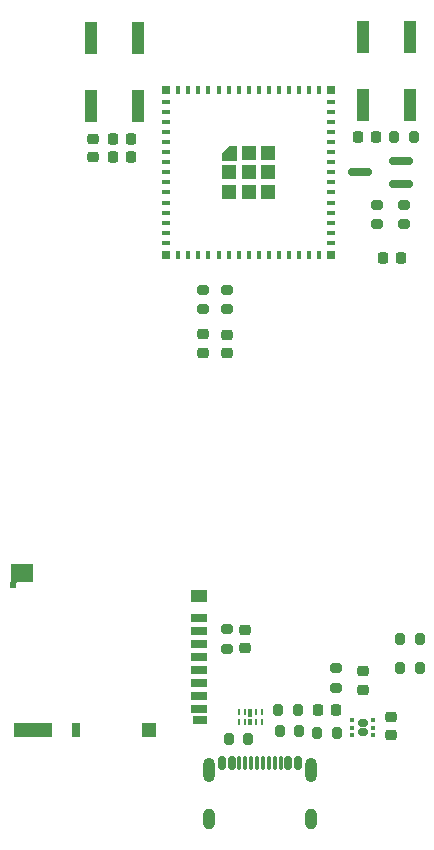
<source format=gbr>
%TF.GenerationSoftware,KiCad,Pcbnew,8.0.6*%
%TF.CreationDate,2024-12-02T04:17:18+07:00*%
%TF.ProjectId,PCB,5043422e-6b69-4636-9164-5f7063625858,rev?*%
%TF.SameCoordinates,Original*%
%TF.FileFunction,Paste,Top*%
%TF.FilePolarity,Positive*%
%FSLAX46Y46*%
G04 Gerber Fmt 4.6, Leading zero omitted, Abs format (unit mm)*
G04 Created by KiCad (PCBNEW 8.0.6) date 2024-12-02 04:17:19*
%MOMM*%
%LPD*%
G01*
G04 APERTURE LIST*
G04 Aperture macros list*
%AMRoundRect*
0 Rectangle with rounded corners*
0 $1 Rounding radius*
0 $2 $3 $4 $5 $6 $7 $8 $9 X,Y pos of 4 corners*
0 Add a 4 corners polygon primitive as box body*
4,1,4,$2,$3,$4,$5,$6,$7,$8,$9,$2,$3,0*
0 Add four circle primitives for the rounded corners*
1,1,$1+$1,$2,$3*
1,1,$1+$1,$4,$5*
1,1,$1+$1,$6,$7*
1,1,$1+$1,$8,$9*
0 Add four rect primitives between the rounded corners*
20,1,$1+$1,$2,$3,$4,$5,0*
20,1,$1+$1,$4,$5,$6,$7,0*
20,1,$1+$1,$6,$7,$8,$9,0*
20,1,$1+$1,$8,$9,$2,$3,0*%
%AMRotRect*
0 Rectangle, with rotation*
0 The origin of the aperture is its center*
0 $1 length*
0 $2 width*
0 $3 Rotation angle, in degrees counterclockwise*
0 Add horizontal line*
21,1,$1,$2,0,0,$3*%
G04 Aperture macros list end*
%ADD10C,0.010000*%
%ADD11R,1.000000X2.800000*%
%ADD12R,0.250000X0.625000*%
%ADD13R,0.450000X0.575000*%
%ADD14R,0.450000X0.700000*%
%ADD15RoundRect,0.093750X-0.093750X-0.106250X0.093750X-0.106250X0.093750X0.106250X-0.093750X0.106250X0*%
%ADD16RoundRect,0.160000X-0.245000X-0.160000X0.245000X-0.160000X0.245000X0.160000X-0.245000X0.160000X0*%
%ADD17RoundRect,0.200000X0.200000X0.275000X-0.200000X0.275000X-0.200000X-0.275000X0.200000X-0.275000X0*%
%ADD18RoundRect,0.200000X-0.275000X0.200000X-0.275000X-0.200000X0.275000X-0.200000X0.275000X0.200000X0*%
%ADD19RoundRect,0.218750X0.256250X-0.218750X0.256250X0.218750X-0.256250X0.218750X-0.256250X-0.218750X0*%
%ADD20RoundRect,0.225000X-0.250000X0.225000X-0.250000X-0.225000X0.250000X-0.225000X0.250000X0.225000X0*%
%ADD21RoundRect,0.162500X0.837500X0.162500X-0.837500X0.162500X-0.837500X-0.162500X0.837500X-0.162500X0*%
%ADD22RoundRect,0.200000X-0.200000X-0.275000X0.200000X-0.275000X0.200000X0.275000X-0.200000X0.275000X0*%
%ADD23RoundRect,0.200000X0.275000X-0.200000X0.275000X0.200000X-0.275000X0.200000X-0.275000X-0.200000X0*%
%ADD24RoundRect,0.225000X0.225000X0.250000X-0.225000X0.250000X-0.225000X-0.250000X0.225000X-0.250000X0*%
%ADD25R,0.800000X0.400000*%
%ADD26R,0.400000X0.800000*%
%ADD27R,1.200000X1.200000*%
%ADD28R,0.800000X0.800000*%
%ADD29O,1.000000X1.800000*%
%ADD30O,1.000000X2.100000*%
%ADD31RoundRect,0.150000X-0.150000X-0.425000X0.150000X-0.425000X0.150000X0.425000X-0.150000X0.425000X0*%
%ADD32RoundRect,0.075000X-0.075000X-0.500000X0.075000X-0.500000X0.075000X0.500000X-0.075000X0.500000X0*%
%ADD33RoundRect,0.225000X0.250000X-0.225000X0.250000X0.225000X-0.250000X0.225000X-0.250000X-0.225000X0*%
%ADD34R,1.400000X0.700000*%
%ADD35R,1.200000X0.700000*%
%ADD36R,0.800000X1.200000*%
%ADD37R,1.900000X1.500000*%
%ADD38RotRect,0.200000X0.200000X315.000000*%
%ADD39R,0.500000X0.500000*%
%ADD40R,1.400000X1.000000*%
%ADD41R,3.200000X1.200000*%
G04 APERTURE END LIST*
D10*
%TO.C,U1*%
X117300000Y-30450000D02*
X116100000Y-30450000D01*
X116100000Y-29850000D01*
X116700000Y-29250000D01*
X117300000Y-29250000D01*
X117300000Y-30450000D01*
G36*
X117300000Y-30450000D02*
G01*
X116100000Y-30450000D01*
X116100000Y-29850000D01*
X116700000Y-29250000D01*
X117300000Y-29250000D01*
X117300000Y-30450000D01*
G37*
%TD*%
D11*
%TO.C,SW2*%
X105000000Y-25900000D03*
X105000000Y-20100000D03*
X109000000Y-25900000D03*
X109000000Y-20100000D03*
%TD*%
%TO.C,SW1*%
X128000000Y-25800000D03*
X128000000Y-20000000D03*
X132000000Y-25800000D03*
X132000000Y-20000000D03*
%TD*%
D12*
%TO.C,U5*%
X119500000Y-78000000D03*
X119000000Y-78000000D03*
D13*
X118500000Y-78025000D03*
D12*
X118000000Y-78000000D03*
X117500000Y-78000000D03*
X117500000Y-77225000D03*
X118000000Y-77225000D03*
D14*
X118500000Y-77262500D03*
D12*
X119000000Y-77225000D03*
X119500000Y-77225000D03*
%TD*%
D15*
%TO.C,U2*%
X128887500Y-77850000D03*
X128887500Y-78500000D03*
X128887500Y-79150000D03*
X127112500Y-79150000D03*
X127112500Y-78500000D03*
X127112500Y-77850000D03*
D16*
X128000000Y-78900000D03*
X128000000Y-78100000D03*
%TD*%
D17*
%TO.C,R8*%
X125825000Y-79000000D03*
X124175000Y-79000000D03*
%TD*%
D18*
%TO.C,R7*%
X131500000Y-34250000D03*
X131500000Y-35900000D03*
%TD*%
D17*
%TO.C,R6*%
X132825000Y-73500000D03*
X131175000Y-73500000D03*
%TD*%
D19*
%TO.C,D4*%
X128000000Y-75287500D03*
X128000000Y-73712500D03*
%TD*%
D20*
%TO.C,C2*%
X105150000Y-28675000D03*
X105150000Y-30225000D03*
%TD*%
D21*
%TO.C,Q1*%
X131210000Y-32450000D03*
X131210000Y-30550000D03*
X127790000Y-31500000D03*
%TD*%
D19*
%TO.C,D2*%
X116500000Y-46825000D03*
X116500000Y-45250000D03*
%TD*%
%TO.C,D1*%
X114500000Y-46787500D03*
X114500000Y-45212500D03*
%TD*%
D22*
%TO.C,R13*%
X120975000Y-78800000D03*
X122625000Y-78800000D03*
%TD*%
D17*
%TO.C,R12*%
X118325000Y-79500000D03*
X116675000Y-79500000D03*
%TD*%
%TO.C,R5*%
X132825000Y-71000000D03*
X131175000Y-71000000D03*
%TD*%
D18*
%TO.C,R4*%
X116500000Y-70175000D03*
X116500000Y-71825000D03*
%TD*%
D23*
%TO.C,R3*%
X116500000Y-43075000D03*
X116500000Y-41425000D03*
%TD*%
D22*
%TO.C,R2*%
X130675000Y-28500000D03*
X132325000Y-28500000D03*
%TD*%
D24*
%TO.C,C8*%
X125775000Y-77000000D03*
X124225000Y-77000000D03*
%TD*%
D25*
%TO.C,U1*%
X111350000Y-25550000D03*
X111350000Y-26400000D03*
X111350000Y-27250000D03*
X111350000Y-28100000D03*
X111350000Y-28950000D03*
X111350000Y-29800000D03*
X111350000Y-30650000D03*
X111350000Y-31500000D03*
X111350000Y-32350000D03*
X111350000Y-33200000D03*
X111350000Y-34050000D03*
X111350000Y-34900000D03*
X111350000Y-35750000D03*
X111350000Y-36600000D03*
X111350000Y-37450000D03*
D26*
X112400000Y-38500000D03*
X113250000Y-38500000D03*
X114100000Y-38500000D03*
X114950000Y-38500000D03*
X115800000Y-38500000D03*
X116650000Y-38500000D03*
X117500000Y-38500000D03*
X118350000Y-38500000D03*
X119200000Y-38500000D03*
X120050000Y-38500000D03*
X120900000Y-38500000D03*
X121750000Y-38500000D03*
X122600000Y-38500000D03*
X123450000Y-38500000D03*
X124300000Y-38500000D03*
D25*
X125350000Y-37450000D03*
X125350000Y-36600000D03*
X125350000Y-35750000D03*
X125350000Y-34900000D03*
X125350000Y-34050000D03*
X125350000Y-33200000D03*
X125350000Y-32350000D03*
X125350000Y-31500000D03*
X125350000Y-30650000D03*
X125350000Y-29800000D03*
X125350000Y-28950000D03*
X125350000Y-28100000D03*
X125350000Y-27250000D03*
X125350000Y-26400000D03*
X125350000Y-25550000D03*
D26*
X124300000Y-24500000D03*
X123450000Y-24500000D03*
X122600000Y-24500000D03*
X121750000Y-24500000D03*
X120900000Y-24500000D03*
X120050000Y-24500000D03*
X119200000Y-24500000D03*
X118350000Y-24500000D03*
X117500000Y-24500000D03*
X116650000Y-24500000D03*
X115800000Y-24500000D03*
X114950000Y-24500000D03*
X114100000Y-24500000D03*
X113250000Y-24500000D03*
X112400000Y-24500000D03*
D27*
X118350000Y-31500000D03*
X118350000Y-29850000D03*
X120000000Y-29850000D03*
X120000000Y-31500000D03*
X120000000Y-33150000D03*
X118350000Y-33150000D03*
X116700000Y-33150000D03*
X116700000Y-31500000D03*
D28*
X111350000Y-24500000D03*
X111350000Y-38500000D03*
X125350000Y-38500000D03*
X125350000Y-24500000D03*
%TD*%
D23*
%TO.C,R11*%
X125750000Y-75150000D03*
X125750000Y-73500000D03*
%TD*%
D18*
%TO.C,R10*%
X129250000Y-34250000D03*
X129250000Y-35900000D03*
%TD*%
D22*
%TO.C,R9*%
X120875000Y-77000000D03*
X122525000Y-77000000D03*
%TD*%
D23*
%TO.C,R1*%
X114500000Y-43075000D03*
X114500000Y-41425000D03*
%TD*%
D29*
%TO.C,JUSB1*%
X123640000Y-86255000D03*
D30*
X123640000Y-82075000D03*
D29*
X115000000Y-86255000D03*
D30*
X115000000Y-82075000D03*
D31*
X116120000Y-81500000D03*
X116920000Y-81500000D03*
D32*
X117570000Y-81500000D03*
X118570000Y-81500000D03*
X120070000Y-81500000D03*
X121070000Y-81500000D03*
D31*
X121720000Y-81500000D03*
X122520000Y-81500000D03*
X122520000Y-81500000D03*
X121720000Y-81500000D03*
D32*
X120570000Y-81500000D03*
X119570000Y-81500000D03*
X119070000Y-81500000D03*
X118070000Y-81500000D03*
D31*
X116920000Y-81500000D03*
X116120000Y-81500000D03*
%TD*%
D24*
%TO.C,C7*%
X131275000Y-38750000D03*
X129725000Y-38750000D03*
%TD*%
D33*
%TO.C,C6*%
X130387500Y-79175000D03*
X130387500Y-77625000D03*
%TD*%
%TO.C,C5*%
X118000000Y-71775000D03*
X118000000Y-70225000D03*
%TD*%
D24*
%TO.C,C4*%
X108400000Y-30200000D03*
X106850000Y-30200000D03*
%TD*%
%TO.C,C3*%
X108400000Y-28700000D03*
X106850000Y-28700000D03*
%TD*%
%TO.C,C1*%
X129175000Y-28500000D03*
X127625000Y-28500000D03*
%TD*%
D34*
%TO.C,J3*%
X114125000Y-69225000D03*
X114125000Y-70325000D03*
X114125000Y-71425000D03*
X114125000Y-72525000D03*
X114125000Y-73625000D03*
X114125000Y-74725000D03*
X114125000Y-75825000D03*
X114125000Y-76925000D03*
D35*
X114225000Y-77875000D03*
D36*
X103725000Y-78725000D03*
D37*
X99125000Y-65425000D03*
D38*
X98675000Y-66175000D03*
D39*
X98425000Y-66425000D03*
D40*
X114125000Y-67325000D03*
D27*
X109925000Y-78725000D03*
D41*
X100125000Y-78725000D03*
%TD*%
M02*

</source>
